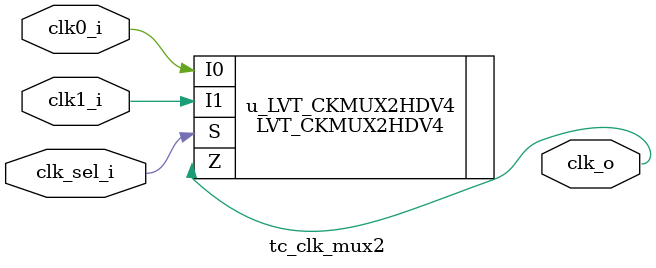
<source format=v>


// endmodule

module tc_clk_buf (
    input  clk_i,
    output clk_o
);

`ifdef RTL_BEHAV
  assign clk_o = clk_i;
`else
  (* keep *) (* dont_touch = "true" *)
  // sg13g2_buf_1 i_buf (
  //     .A(clk_i),
  //     .X(clk_o)
  // );
  LVT_CLKBUFHDV12 i_buf (
      .I(clk_i),
      .Z(clk_o)
  );
`endif
endmodule

module tc_clk_mux2 (
    input  clk0_i,
    input  clk1_i,
    input  clk_sel_i,
    output clk_o
);

`ifdef RTL_BEHAV
  assign clk_o = clk_sel_i ? clk1_i : clk0_i;
`else
  (* keep *) (* dont_touch = "true" *)
  // sg13g2_mux2_1 i_mux (
  //     .A0(clk0_i),
  //     .A1(clk1_i),
  //     .S (clk_sel_i),
  //     .X (clk_o)
  // );
  LVT_CKMUX2HDV4 u_LVT_CKMUX2HDV4 (
      .S (clk_sel_i),
      .I0(clk0_i),
      .I1(clk1_i),
      .Z (clk_o)
  );

`endif
endmodule

// module tc_clk_xor2 (
//     input  clk0_i,
//     input  clk1_i,
//     output clk_o
// );

// `ifdef RTL_BEHAV
//   assign clk_o = clk0_i ^ clk1_i;
// `else
//   (* keep *) (* dont_touch = "true" *)
//   sg13g2_xor2_1 i_mux (
//       .A(clk0_i),
//       .B(clk1_i),
//       .X(clk_o)
//   );
// `endif
// endmodule

</source>
